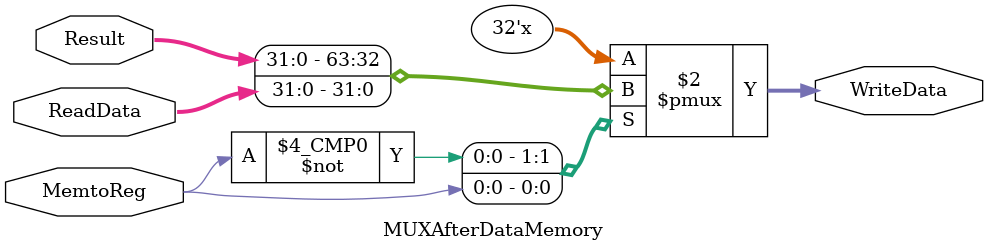
<source format=v>
module MUXAfterDataMemory (Result, ReadData, MemtoReg, WriteData);

      input MemtoReg;	
	input [31:0] ReadData, Result;
	
	output reg [31:0] WriteData;
	
	always @(*) 
      begin
		case (MemtoReg)
			0: WriteData = Result ;
			1: WriteData = ReadData;
		endcase
	end

endmodule

</source>
